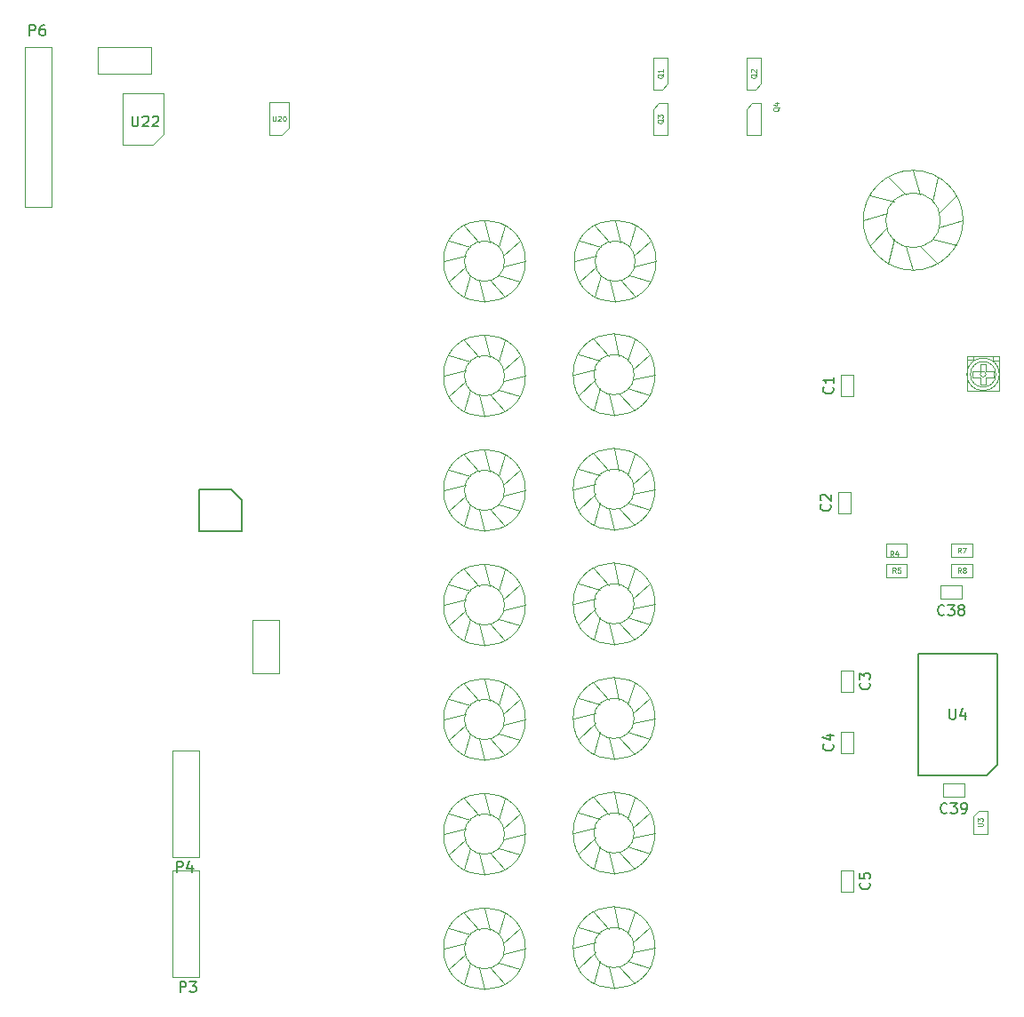
<source format=gbr>
G04 #@! TF.FileFunction,Other,Fab,Top*
%FSLAX46Y46*%
G04 Gerber Fmt 4.6, Leading zero omitted, Abs format (unit mm)*
G04 Created by KiCad (PCBNEW 4.0.7) date 02/05/18 11:03:03*
%MOMM*%
%LPD*%
G01*
G04 APERTURE LIST*
%ADD10C,0.100000*%
%ADD11C,0.150000*%
%ADD12C,0.152400*%
%ADD13C,0.075000*%
G04 APERTURE END LIST*
D10*
X63334900Y-90556000D02*
G75*
G03X63334900Y-90556000I-3898900J0D01*
G01*
X61353700Y-90556000D02*
G75*
G03X61353700Y-90556000I-1917700J0D01*
G01*
X63345122Y-90556000D02*
X61236735Y-91038491D01*
X62821429Y-92510509D02*
X60754257Y-91874196D01*
X61390666Y-93941339D02*
X59918574Y-92356712D01*
X59436181Y-94465122D02*
X58953593Y-92356757D01*
X57481648Y-93941520D02*
X58117865Y-91874318D01*
X56050752Y-92510822D02*
X57635310Y-91038657D01*
X55526878Y-90556362D02*
X57635220Y-90073676D01*
X56050390Y-88601805D02*
X58117621Y-89237926D01*
X57481021Y-87170843D02*
X58953259Y-88755332D01*
X59435457Y-86646878D02*
X59918240Y-88755198D01*
X61390038Y-87170299D02*
X60754013Y-89237560D01*
X62821067Y-88600864D02*
X61236645Y-90073176D01*
X63345122Y-90555276D02*
X61236824Y-91038157D01*
X63334900Y-35946000D02*
G75*
G03X63334900Y-35946000I-3898900J0D01*
G01*
X61353700Y-35946000D02*
G75*
G03X61353700Y-35946000I-1917700J0D01*
G01*
X63345122Y-35946000D02*
X61236735Y-36428491D01*
X62821429Y-37900509D02*
X60754257Y-37264196D01*
X61390666Y-39331339D02*
X59918574Y-37746712D01*
X59436181Y-39855122D02*
X58953593Y-37746757D01*
X57481648Y-39331520D02*
X58117865Y-37264318D01*
X56050752Y-37900822D02*
X57635310Y-36428657D01*
X55526878Y-35946362D02*
X57635220Y-35463676D01*
X56050390Y-33991805D02*
X58117621Y-34627926D01*
X57481021Y-32560843D02*
X58953259Y-34145332D01*
X59435457Y-32036878D02*
X59918240Y-34145198D01*
X61390038Y-32560299D02*
X60754013Y-34627560D01*
X62821067Y-33990864D02*
X61236645Y-35463176D01*
X63345122Y-35945276D02*
X61236824Y-36428157D01*
X63334900Y-46868000D02*
G75*
G03X63334900Y-46868000I-3898900J0D01*
G01*
X61353700Y-46868000D02*
G75*
G03X61353700Y-46868000I-1917700J0D01*
G01*
X63345122Y-46868000D02*
X61236735Y-47350491D01*
X62821429Y-48822509D02*
X60754257Y-48186196D01*
X61390666Y-50253339D02*
X59918574Y-48668712D01*
X59436181Y-50777122D02*
X58953593Y-48668757D01*
X57481648Y-50253520D02*
X58117865Y-48186318D01*
X56050752Y-48822822D02*
X57635310Y-47350657D01*
X55526878Y-46868362D02*
X57635220Y-46385676D01*
X56050390Y-44913805D02*
X58117621Y-45549926D01*
X57481021Y-43482843D02*
X58953259Y-45067332D01*
X59435457Y-42958878D02*
X59918240Y-45067198D01*
X61390038Y-43482299D02*
X60754013Y-45549560D01*
X62821067Y-44912864D02*
X61236645Y-46385176D01*
X63345122Y-46867276D02*
X61236824Y-47350157D01*
X63334900Y-57790000D02*
G75*
G03X63334900Y-57790000I-3898900J0D01*
G01*
X61353700Y-57790000D02*
G75*
G03X61353700Y-57790000I-1917700J0D01*
G01*
X63345122Y-57790000D02*
X61236735Y-58272491D01*
X62821429Y-59744509D02*
X60754257Y-59108196D01*
X61390666Y-61175339D02*
X59918574Y-59590712D01*
X59436181Y-61699122D02*
X58953593Y-59590757D01*
X57481648Y-61175520D02*
X58117865Y-59108318D01*
X56050752Y-59744822D02*
X57635310Y-58272657D01*
X55526878Y-57790362D02*
X57635220Y-57307676D01*
X56050390Y-55835805D02*
X58117621Y-56471926D01*
X57481021Y-54404843D02*
X58953259Y-55989332D01*
X59435457Y-53880878D02*
X59918240Y-55989198D01*
X61390038Y-54404299D02*
X60754013Y-56471560D01*
X62821067Y-55834864D02*
X61236645Y-57307176D01*
X63345122Y-57789276D02*
X61236824Y-58272157D01*
X24996000Y-59314000D02*
X24996000Y-64394000D01*
X24996000Y-64394000D02*
X27536000Y-64394000D01*
X27536000Y-64394000D02*
X27536000Y-59314000D01*
X27536000Y-59314000D02*
X24996000Y-59314000D01*
X17376000Y-83190000D02*
X17376000Y-93350000D01*
X17376000Y-93350000D02*
X19916000Y-93350000D01*
X19916000Y-93350000D02*
X19916000Y-83190000D01*
X19916000Y-83190000D02*
X17376000Y-83190000D01*
X17376000Y-71760000D02*
X17376000Y-81920000D01*
X17376000Y-81920000D02*
X19916000Y-81920000D01*
X19916000Y-81920000D02*
X19916000Y-71760000D01*
X19916000Y-71760000D02*
X17376000Y-71760000D01*
X15344000Y-4704000D02*
X10264000Y-4704000D01*
X10264000Y-4704000D02*
X10264000Y-7244000D01*
X10264000Y-7244000D02*
X15344000Y-7244000D01*
X15344000Y-7244000D02*
X15344000Y-4704000D01*
X5862180Y-19941460D02*
X5862180Y-4701460D01*
X5862180Y-4701460D02*
X3322180Y-4701460D01*
X3322180Y-4701460D02*
X3322180Y-19941460D01*
X3322180Y-19941460D02*
X5862180Y-19941460D01*
D11*
X23948000Y-47900000D02*
X23948000Y-50900000D01*
X23948000Y-50900000D02*
X19948000Y-50900000D01*
X19948000Y-50900000D02*
X19948000Y-46900000D01*
X19948000Y-46900000D02*
X22948000Y-46900000D01*
X22948000Y-46900000D02*
X23948000Y-47900000D01*
D10*
X28436000Y-12462000D02*
X27786000Y-13112000D01*
X26636000Y-13112000D02*
X27786000Y-13112000D01*
X28436000Y-12462000D02*
X28436000Y-10012000D01*
X26636000Y-10012000D02*
X28436000Y-10012000D01*
X26636000Y-13112000D02*
X26636000Y-10012000D01*
X15532000Y-14012000D02*
X12632000Y-14012000D01*
X12632000Y-14012000D02*
X12632000Y-9112000D01*
X12632000Y-9112000D02*
X16532000Y-9112000D01*
X16532000Y-9112000D02*
X16532000Y-13012000D01*
X16532000Y-13012000D02*
X15532000Y-14012000D01*
X64558000Y-8194000D02*
X64558000Y-5744000D01*
X64008000Y-8764000D02*
X63158000Y-8764000D01*
X64558000Y-8194000D02*
X64008000Y-8764000D01*
X63158000Y-8764000D02*
X63158000Y-5724000D01*
X64558000Y-5724000D02*
X63158000Y-5724000D01*
X73448000Y-8194000D02*
X73448000Y-5744000D01*
X72898000Y-8764000D02*
X72048000Y-8764000D01*
X73448000Y-8194000D02*
X72898000Y-8764000D01*
X72048000Y-8764000D02*
X72048000Y-5724000D01*
X73448000Y-5724000D02*
X72048000Y-5724000D01*
X63158000Y-10612000D02*
X63158000Y-13062000D01*
X63708000Y-10042000D02*
X64558000Y-10042000D01*
X63158000Y-10612000D02*
X63708000Y-10042000D01*
X64558000Y-10042000D02*
X64558000Y-13082000D01*
X63158000Y-13082000D02*
X64558000Y-13082000D01*
X72048000Y-10612000D02*
X72048000Y-13062000D01*
X72598000Y-10042000D02*
X73448000Y-10042000D01*
X72048000Y-10612000D02*
X72598000Y-10042000D01*
X73448000Y-10042000D02*
X73448000Y-13082000D01*
X72048000Y-13082000D02*
X73448000Y-13082000D01*
X63438900Y-25128000D02*
G75*
G03X63438900Y-25128000I-3898900J0D01*
G01*
X61457700Y-25128000D02*
G75*
G03X61457700Y-25128000I-1917700J0D01*
G01*
X59540000Y-21218878D02*
X60022491Y-23327265D01*
X61494509Y-21742571D02*
X60858196Y-23809743D01*
X62925339Y-23173334D02*
X61340712Y-24645426D01*
X63449122Y-25127819D02*
X61340757Y-25610407D01*
X62925520Y-27082352D02*
X60858318Y-26446135D01*
X61494822Y-28513248D02*
X60022657Y-26928690D01*
X59540362Y-29037122D02*
X59057676Y-26928780D01*
X57585805Y-28513610D02*
X58221926Y-26446379D01*
X56154843Y-27082979D02*
X57739332Y-25610741D01*
X55630878Y-25128543D02*
X57739198Y-24645760D01*
X56154299Y-23173962D02*
X58221560Y-23809987D01*
X57584864Y-21742933D02*
X59057176Y-23327355D01*
X59539276Y-21218878D02*
X60022157Y-23327176D01*
X63334900Y-68712000D02*
G75*
G03X63334900Y-68712000I-3898900J0D01*
G01*
X61353700Y-68712000D02*
G75*
G03X61353700Y-68712000I-1917700J0D01*
G01*
X63345122Y-68712000D02*
X61236735Y-69194491D01*
X62821429Y-70666509D02*
X60754257Y-70030196D01*
X61390666Y-72097339D02*
X59918574Y-70512712D01*
X59436181Y-72621122D02*
X58953593Y-70512757D01*
X57481648Y-72097520D02*
X58117865Y-70030318D01*
X56050752Y-70666822D02*
X57635310Y-69194657D01*
X55526878Y-68712362D02*
X57635220Y-68229676D01*
X56050390Y-66757805D02*
X58117621Y-67393926D01*
X57481021Y-65326843D02*
X58953259Y-66911332D01*
X59435457Y-64802878D02*
X59918240Y-66911198D01*
X61390038Y-65326299D02*
X60754013Y-67393560D01*
X62821067Y-66756864D02*
X61236645Y-68229176D01*
X63345122Y-68711276D02*
X61236824Y-69194157D01*
X63334900Y-79634000D02*
G75*
G03X63334900Y-79634000I-3898900J0D01*
G01*
X61353700Y-79634000D02*
G75*
G03X61353700Y-79634000I-1917700J0D01*
G01*
X63345122Y-79634000D02*
X61236735Y-80116491D01*
X62821429Y-81588509D02*
X60754257Y-80952196D01*
X61390666Y-83019339D02*
X59918574Y-81434712D01*
X59436181Y-83543122D02*
X58953593Y-81434757D01*
X57481648Y-83019520D02*
X58117865Y-80952318D01*
X56050752Y-81588822D02*
X57635310Y-80116657D01*
X55526878Y-79634362D02*
X57635220Y-79151676D01*
X56050390Y-77679805D02*
X58117621Y-78315926D01*
X57481021Y-76248843D02*
X58953259Y-77833332D01*
X59435457Y-75724878D02*
X59918240Y-77833198D01*
X61390038Y-76248299D02*
X60754013Y-78315560D01*
X62821067Y-77678864D02*
X61236645Y-79151176D01*
X63345122Y-79633276D02*
X61236824Y-80116157D01*
X50992900Y-25128000D02*
G75*
G03X50992900Y-25128000I-3898900J0D01*
G01*
X49011700Y-25128000D02*
G75*
G03X49011700Y-25128000I-1917700J0D01*
G01*
X47094000Y-21218878D02*
X47576491Y-23327265D01*
X49048509Y-21742571D02*
X48412196Y-23809743D01*
X50479339Y-23173334D02*
X48894712Y-24645426D01*
X51003122Y-25127819D02*
X48894757Y-25610407D01*
X50479520Y-27082352D02*
X48412318Y-26446135D01*
X49048822Y-28513248D02*
X47576657Y-26928690D01*
X47094362Y-29037122D02*
X46611676Y-26928780D01*
X45139805Y-28513610D02*
X45775926Y-26446379D01*
X43708843Y-27082979D02*
X45293332Y-25610741D01*
X43184878Y-25128543D02*
X45293198Y-24645760D01*
X43708299Y-23173962D02*
X45775560Y-23809987D01*
X45138864Y-21742933D02*
X46611176Y-23327355D01*
X47093276Y-21218878D02*
X47576157Y-23327176D01*
X50992900Y-36050000D02*
G75*
G03X50992900Y-36050000I-3898900J0D01*
G01*
X49011700Y-36050000D02*
G75*
G03X49011700Y-36050000I-1917700J0D01*
G01*
X47094000Y-32140878D02*
X47576491Y-34249265D01*
X49048509Y-32664571D02*
X48412196Y-34731743D01*
X50479339Y-34095334D02*
X48894712Y-35567426D01*
X51003122Y-36049819D02*
X48894757Y-36532407D01*
X50479520Y-38004352D02*
X48412318Y-37368135D01*
X49048822Y-39435248D02*
X47576657Y-37850690D01*
X47094362Y-39959122D02*
X46611676Y-37850780D01*
X45139805Y-39435610D02*
X45775926Y-37368379D01*
X43708843Y-38004979D02*
X45293332Y-36532741D01*
X43184878Y-36050543D02*
X45293198Y-35567760D01*
X43708299Y-34095962D02*
X45775560Y-34731987D01*
X45138864Y-32664933D02*
X46611176Y-34249355D01*
X47093276Y-32140878D02*
X47576157Y-34249176D01*
X50992900Y-46972000D02*
G75*
G03X50992900Y-46972000I-3898900J0D01*
G01*
X49011700Y-46972000D02*
G75*
G03X49011700Y-46972000I-1917700J0D01*
G01*
X47094000Y-43062878D02*
X47576491Y-45171265D01*
X49048509Y-43586571D02*
X48412196Y-45653743D01*
X50479339Y-45017334D02*
X48894712Y-46489426D01*
X51003122Y-46971819D02*
X48894757Y-47454407D01*
X50479520Y-48926352D02*
X48412318Y-48290135D01*
X49048822Y-50357248D02*
X47576657Y-48772690D01*
X47094362Y-50881122D02*
X46611676Y-48772780D01*
X45139805Y-50357610D02*
X45775926Y-48290379D01*
X43708843Y-48926979D02*
X45293332Y-47454741D01*
X43184878Y-46972543D02*
X45293198Y-46489760D01*
X43708299Y-45017962D02*
X45775560Y-45653987D01*
X45138864Y-43586933D02*
X46611176Y-45171355D01*
X47093276Y-43062878D02*
X47576157Y-45171176D01*
X50992900Y-57894000D02*
G75*
G03X50992900Y-57894000I-3898900J0D01*
G01*
X49011700Y-57894000D02*
G75*
G03X49011700Y-57894000I-1917700J0D01*
G01*
X47094000Y-53984878D02*
X47576491Y-56093265D01*
X49048509Y-54508571D02*
X48412196Y-56575743D01*
X50479339Y-55939334D02*
X48894712Y-57411426D01*
X51003122Y-57893819D02*
X48894757Y-58376407D01*
X50479520Y-59848352D02*
X48412318Y-59212135D01*
X49048822Y-61279248D02*
X47576657Y-59694690D01*
X47094362Y-61803122D02*
X46611676Y-59694780D01*
X45139805Y-61279610D02*
X45775926Y-59212379D01*
X43708843Y-59848979D02*
X45293332Y-58376741D01*
X43184878Y-57894543D02*
X45293198Y-57411760D01*
X43708299Y-55939962D02*
X45775560Y-56575987D01*
X45138864Y-54508933D02*
X46611176Y-56093355D01*
X47093276Y-53984878D02*
X47576157Y-56093176D01*
X50992900Y-68816000D02*
G75*
G03X50992900Y-68816000I-3898900J0D01*
G01*
X49011700Y-68816000D02*
G75*
G03X49011700Y-68816000I-1917700J0D01*
G01*
X47094000Y-64906878D02*
X47576491Y-67015265D01*
X49048509Y-65430571D02*
X48412196Y-67497743D01*
X50479339Y-66861334D02*
X48894712Y-68333426D01*
X51003122Y-68815819D02*
X48894757Y-69298407D01*
X50479520Y-70770352D02*
X48412318Y-70134135D01*
X49048822Y-72201248D02*
X47576657Y-70616690D01*
X47094362Y-72725122D02*
X46611676Y-70616780D01*
X45139805Y-72201610D02*
X45775926Y-70134379D01*
X43708843Y-70770979D02*
X45293332Y-69298741D01*
X43184878Y-68816543D02*
X45293198Y-68333760D01*
X43708299Y-66861962D02*
X45775560Y-67497987D01*
X45138864Y-65430933D02*
X46611176Y-67015355D01*
X47093276Y-64906878D02*
X47576157Y-67015176D01*
X50992900Y-79738000D02*
G75*
G03X50992900Y-79738000I-3898900J0D01*
G01*
X49011700Y-79738000D02*
G75*
G03X49011700Y-79738000I-1917700J0D01*
G01*
X47094000Y-75828878D02*
X47576491Y-77937265D01*
X49048509Y-76352571D02*
X48412196Y-78419743D01*
X50479339Y-77783334D02*
X48894712Y-79255426D01*
X51003122Y-79737819D02*
X48894757Y-80220407D01*
X50479520Y-81692352D02*
X48412318Y-81056135D01*
X49048822Y-83123248D02*
X47576657Y-81538690D01*
X47094362Y-83647122D02*
X46611676Y-81538780D01*
X45139805Y-83123610D02*
X45775926Y-81056379D01*
X43708843Y-81692979D02*
X45293332Y-80220741D01*
X43184878Y-79738543D02*
X45293198Y-79255760D01*
X43708299Y-77783962D02*
X45775560Y-78419987D01*
X45138864Y-76352933D02*
X46611176Y-77937355D01*
X47093276Y-75828878D02*
X47576157Y-77937176D01*
X50992900Y-90660000D02*
G75*
G03X50992900Y-90660000I-3898900J0D01*
G01*
X49011700Y-90660000D02*
G75*
G03X49011700Y-90660000I-1917700J0D01*
G01*
X47094000Y-86750878D02*
X47576491Y-88859265D01*
X49048509Y-87274571D02*
X48412196Y-89341743D01*
X50479339Y-88705334D02*
X48894712Y-90177426D01*
X51003122Y-90659819D02*
X48894757Y-91142407D01*
X50479520Y-92614352D02*
X48412318Y-91978135D01*
X49048822Y-94045248D02*
X47576657Y-92460690D01*
X47094362Y-94569122D02*
X46611676Y-92460780D01*
X45139805Y-94045610D02*
X45775926Y-91978379D01*
X43708843Y-92614979D02*
X45293332Y-91142741D01*
X43184878Y-90660543D02*
X45293198Y-90177760D01*
X43708299Y-88705962D02*
X45775560Y-89341987D01*
X45138864Y-87274933D02*
X46611176Y-88859355D01*
X47093276Y-86750878D02*
X47576157Y-88859176D01*
X95013000Y-77518000D02*
X94163000Y-77518000D01*
X93663000Y-78018000D02*
X93663000Y-79718000D01*
X95013000Y-77518000D02*
X95013000Y-79718000D01*
X95013000Y-79718000D02*
X93663000Y-79718000D01*
X94163000Y-77518000D02*
X93663000Y-78018000D01*
X82258000Y-37962000D02*
X81018000Y-37962000D01*
X82258000Y-35962000D02*
X82258000Y-37962000D01*
X81018000Y-35962000D02*
X82258000Y-35962000D01*
X81018000Y-37962000D02*
X81018000Y-35962000D01*
X82004000Y-49138000D02*
X80764000Y-49138000D01*
X82004000Y-47138000D02*
X82004000Y-49138000D01*
X80764000Y-47138000D02*
X82004000Y-47138000D01*
X80764000Y-49138000D02*
X80764000Y-47138000D01*
X81018000Y-64156000D02*
X82258000Y-64156000D01*
X81018000Y-66156000D02*
X81018000Y-64156000D01*
X82258000Y-66156000D02*
X81018000Y-66156000D01*
X82258000Y-64156000D02*
X82258000Y-66156000D01*
X82258000Y-71998000D02*
X81018000Y-71998000D01*
X82258000Y-69998000D02*
X82258000Y-71998000D01*
X81018000Y-69998000D02*
X82258000Y-69998000D01*
X81018000Y-71998000D02*
X81018000Y-69998000D01*
X81018000Y-83206000D02*
X82258000Y-83206000D01*
X81018000Y-85206000D02*
X81018000Y-83206000D01*
X82258000Y-85206000D02*
X81018000Y-85206000D01*
X82258000Y-83206000D02*
X82258000Y-85206000D01*
X92540000Y-56070000D02*
X92540000Y-57310000D01*
X90540000Y-56070000D02*
X92540000Y-56070000D01*
X90540000Y-57310000D02*
X90540000Y-56070000D01*
X92540000Y-57310000D02*
X90540000Y-57310000D01*
X92798000Y-74950000D02*
X92798000Y-76190000D01*
X90798000Y-74950000D02*
X92798000Y-74950000D01*
X90798000Y-76190000D02*
X90798000Y-74950000D01*
X92798000Y-76190000D02*
X90798000Y-76190000D01*
X85337000Y-53330000D02*
X85337000Y-52090000D01*
X87337000Y-53330000D02*
X85337000Y-53330000D01*
X87337000Y-52090000D02*
X87337000Y-53330000D01*
X85337000Y-52090000D02*
X87337000Y-52090000D01*
X87337000Y-53995000D02*
X87337000Y-55235000D01*
X85337000Y-53995000D02*
X87337000Y-53995000D01*
X85337000Y-55235000D02*
X85337000Y-53995000D01*
X87337000Y-55235000D02*
X85337000Y-55235000D01*
X93560000Y-52090000D02*
X93560000Y-53330000D01*
X91560000Y-52090000D02*
X93560000Y-52090000D01*
X91560000Y-53330000D02*
X91560000Y-52090000D01*
X93560000Y-53330000D02*
X91560000Y-53330000D01*
X91560000Y-55235000D02*
X91560000Y-53995000D01*
X93560000Y-55235000D02*
X91560000Y-55235000D01*
X93560000Y-53995000D02*
X93560000Y-55235000D01*
X91560000Y-53995000D02*
X93560000Y-53995000D01*
X93692000Y-34566000D02*
X93692000Y-34216000D01*
X93042000Y-34566000D02*
X93692000Y-34566000D01*
X95492000Y-34626000D02*
X95492000Y-34216000D01*
X96142000Y-34626000D02*
X95492000Y-34626000D01*
X94842000Y-36176000D02*
X94842000Y-36916000D01*
X95592000Y-36176000D02*
X94842000Y-36176000D01*
X95592000Y-35666000D02*
X95592000Y-36176000D01*
X94842000Y-35666000D02*
X95592000Y-35666000D01*
X94842000Y-34926000D02*
X94842000Y-35666000D01*
X94342000Y-34926000D02*
X94842000Y-34926000D01*
X94342000Y-35666000D02*
X94342000Y-34926000D01*
X93592000Y-35666000D02*
X94342000Y-35666000D01*
X93592000Y-36176000D02*
X93592000Y-35666000D01*
X94342000Y-36176000D02*
X93592000Y-36176000D01*
X94342000Y-36916000D02*
X94342000Y-36176000D01*
X94842000Y-36916000D02*
X94342000Y-36916000D01*
X96142000Y-34216000D02*
X96142000Y-37466000D01*
X93042000Y-34216000D02*
X96142000Y-34216000D01*
X93042000Y-37466000D02*
X93042000Y-34216000D01*
X96142000Y-37466000D02*
X93042000Y-37466000D01*
X94852000Y-35916000D02*
G75*
G03X94852000Y-35916000I-260000J0D01*
G01*
X95802000Y-35916000D02*
G75*
G03X95802000Y-35916000I-1210000J0D01*
G01*
X96142000Y-35916000D02*
G75*
G03X96142000Y-35916000I-1550000J0D01*
G01*
D11*
X94910000Y-74150000D02*
X88410000Y-74150000D01*
X88410000Y-74150000D02*
X88410000Y-62550000D01*
X88410000Y-62550000D02*
X95910000Y-62550000D01*
X95910000Y-62550000D02*
X95910000Y-73150000D01*
X95910000Y-73150000D02*
X94910000Y-74150000D01*
D10*
X92682500Y-21230000D02*
G75*
G03X92682500Y-21230000I-4762500J0D01*
G01*
X90523500Y-21230000D02*
G75*
G03X90523500Y-21230000I-2603500J0D01*
G01*
X92675450Y-21230000D02*
X90396417Y-21893533D01*
X92038377Y-23607661D02*
X89732901Y-23042817D01*
X90297852Y-25348267D02*
X88583648Y-23706386D01*
X87920220Y-25985450D02*
X87256581Y-23706448D01*
X85542529Y-25348487D02*
X86107267Y-23042985D01*
X83801843Y-23608043D02*
X85443645Y-21893763D01*
X83164550Y-21230441D02*
X85443522Y-20566696D01*
X83801402Y-18852720D02*
X86106931Y-19417351D01*
X85541766Y-17111953D02*
X87256122Y-18753675D01*
X87919339Y-16474550D02*
X88583189Y-18753491D01*
X90297089Y-17111292D02*
X89732565Y-19416847D01*
X92037937Y-18851575D02*
X90396294Y-20566008D01*
X92675450Y-21229119D02*
X90396540Y-21893074D01*
D12*
X18107905Y-94792381D02*
X18107905Y-93792381D01*
X18488858Y-93792381D01*
X18584096Y-93840000D01*
X18631715Y-93887619D01*
X18679334Y-93982857D01*
X18679334Y-94125714D01*
X18631715Y-94220952D01*
X18584096Y-94268571D01*
X18488858Y-94316190D01*
X18107905Y-94316190D01*
X19012667Y-93792381D02*
X19631715Y-93792381D01*
X19298381Y-94173333D01*
X19441239Y-94173333D01*
X19536477Y-94220952D01*
X19584096Y-94268571D01*
X19631715Y-94363810D01*
X19631715Y-94601905D01*
X19584096Y-94697143D01*
X19536477Y-94744762D01*
X19441239Y-94792381D01*
X19155524Y-94792381D01*
X19060286Y-94744762D01*
X19012667Y-94697143D01*
X17817905Y-83342381D02*
X17817905Y-82342381D01*
X18198858Y-82342381D01*
X18294096Y-82390000D01*
X18341715Y-82437619D01*
X18389334Y-82532857D01*
X18389334Y-82675714D01*
X18341715Y-82770952D01*
X18294096Y-82818571D01*
X18198858Y-82866190D01*
X17817905Y-82866190D01*
X19246477Y-82675714D02*
X19246477Y-83342381D01*
X19008381Y-82294762D02*
X18770286Y-83009048D01*
X19389334Y-83009048D01*
X3750205Y-3611881D02*
X3750205Y-2611881D01*
X4131158Y-2611881D01*
X4226396Y-2659500D01*
X4274015Y-2707119D01*
X4321634Y-2802357D01*
X4321634Y-2945214D01*
X4274015Y-3040452D01*
X4226396Y-3088071D01*
X4131158Y-3135690D01*
X3750205Y-3135690D01*
X5178777Y-2611881D02*
X4988300Y-2611881D01*
X4893062Y-2659500D01*
X4845443Y-2707119D01*
X4750205Y-2849976D01*
X4702586Y-3040452D01*
X4702586Y-3421405D01*
X4750205Y-3516643D01*
X4797824Y-3564262D01*
X4893062Y-3611881D01*
X5083539Y-3611881D01*
X5178777Y-3564262D01*
X5226396Y-3516643D01*
X5274015Y-3421405D01*
X5274015Y-3183310D01*
X5226396Y-3088071D01*
X5178777Y-3040452D01*
X5083539Y-2992833D01*
X4893062Y-2992833D01*
X4797824Y-3040452D01*
X4750205Y-3088071D01*
X4702586Y-3183310D01*
D13*
X26916953Y-11288190D02*
X26916953Y-11692952D01*
X26940762Y-11740571D01*
X26964572Y-11764381D01*
X27012191Y-11788190D01*
X27107429Y-11788190D01*
X27155048Y-11764381D01*
X27178857Y-11740571D01*
X27202667Y-11692952D01*
X27202667Y-11288190D01*
X27416953Y-11335810D02*
X27440763Y-11312000D01*
X27488382Y-11288190D01*
X27607429Y-11288190D01*
X27655048Y-11312000D01*
X27678858Y-11335810D01*
X27702667Y-11383429D01*
X27702667Y-11431048D01*
X27678858Y-11502476D01*
X27393144Y-11788190D01*
X27702667Y-11788190D01*
X28012191Y-11288190D02*
X28059810Y-11288190D01*
X28107429Y-11312000D01*
X28131238Y-11335810D01*
X28155048Y-11383429D01*
X28178857Y-11478667D01*
X28178857Y-11597714D01*
X28155048Y-11692952D01*
X28131238Y-11740571D01*
X28107429Y-11764381D01*
X28059810Y-11788190D01*
X28012191Y-11788190D01*
X27964572Y-11764381D01*
X27940762Y-11740571D01*
X27916953Y-11692952D01*
X27893143Y-11597714D01*
X27893143Y-11478667D01*
X27916953Y-11383429D01*
X27940762Y-11335810D01*
X27964572Y-11312000D01*
X28012191Y-11288190D01*
D11*
X13534405Y-11293781D02*
X13534405Y-12103305D01*
X13582024Y-12198543D01*
X13629643Y-12246162D01*
X13724881Y-12293781D01*
X13915358Y-12293781D01*
X14010596Y-12246162D01*
X14058215Y-12198543D01*
X14105834Y-12103305D01*
X14105834Y-11293781D01*
X14534405Y-11389019D02*
X14582024Y-11341400D01*
X14677262Y-11293781D01*
X14915358Y-11293781D01*
X15010596Y-11341400D01*
X15058215Y-11389019D01*
X15105834Y-11484257D01*
X15105834Y-11579495D01*
X15058215Y-11722352D01*
X14486786Y-12293781D01*
X15105834Y-12293781D01*
X15486786Y-11389019D02*
X15534405Y-11341400D01*
X15629643Y-11293781D01*
X15867739Y-11293781D01*
X15962977Y-11341400D01*
X16010596Y-11389019D01*
X16058215Y-11484257D01*
X16058215Y-11579495D01*
X16010596Y-11722352D01*
X15439167Y-12293781D01*
X16058215Y-12293781D01*
D13*
X64131810Y-7291619D02*
X64108000Y-7339238D01*
X64060381Y-7386857D01*
X63988952Y-7458286D01*
X63965143Y-7505905D01*
X63965143Y-7553524D01*
X64084190Y-7529714D02*
X64060381Y-7577333D01*
X64012762Y-7624952D01*
X63917524Y-7648762D01*
X63750857Y-7648762D01*
X63655619Y-7624952D01*
X63608000Y-7577333D01*
X63584190Y-7529714D01*
X63584190Y-7434476D01*
X63608000Y-7386857D01*
X63655619Y-7339238D01*
X63750857Y-7315429D01*
X63917524Y-7315429D01*
X64012762Y-7339238D01*
X64060381Y-7386857D01*
X64084190Y-7434476D01*
X64084190Y-7529714D01*
X64084190Y-6839238D02*
X64084190Y-7124952D01*
X64084190Y-6982095D02*
X63584190Y-6982095D01*
X63655619Y-7029714D01*
X63703238Y-7077333D01*
X63727048Y-7124952D01*
X73021810Y-7291619D02*
X72998000Y-7339238D01*
X72950381Y-7386857D01*
X72878952Y-7458286D01*
X72855143Y-7505905D01*
X72855143Y-7553524D01*
X72974190Y-7529714D02*
X72950381Y-7577333D01*
X72902762Y-7624952D01*
X72807524Y-7648762D01*
X72640857Y-7648762D01*
X72545619Y-7624952D01*
X72498000Y-7577333D01*
X72474190Y-7529714D01*
X72474190Y-7434476D01*
X72498000Y-7386857D01*
X72545619Y-7339238D01*
X72640857Y-7315429D01*
X72807524Y-7315429D01*
X72902762Y-7339238D01*
X72950381Y-7386857D01*
X72974190Y-7434476D01*
X72974190Y-7529714D01*
X72521810Y-7124952D02*
X72498000Y-7101142D01*
X72474190Y-7053523D01*
X72474190Y-6934476D01*
X72498000Y-6886857D01*
X72521810Y-6863047D01*
X72569429Y-6839238D01*
X72617048Y-6839238D01*
X72688476Y-6863047D01*
X72974190Y-7148761D01*
X72974190Y-6839238D01*
X64131810Y-11609619D02*
X64108000Y-11657238D01*
X64060381Y-11704857D01*
X63988952Y-11776286D01*
X63965143Y-11823905D01*
X63965143Y-11871524D01*
X64084190Y-11847714D02*
X64060381Y-11895333D01*
X64012762Y-11942952D01*
X63917524Y-11966762D01*
X63750857Y-11966762D01*
X63655619Y-11942952D01*
X63608000Y-11895333D01*
X63584190Y-11847714D01*
X63584190Y-11752476D01*
X63608000Y-11704857D01*
X63655619Y-11657238D01*
X63750857Y-11633429D01*
X63917524Y-11633429D01*
X64012762Y-11657238D01*
X64060381Y-11704857D01*
X64084190Y-11752476D01*
X64084190Y-11847714D01*
X63584190Y-11466761D02*
X63584190Y-11157238D01*
X63774667Y-11323904D01*
X63774667Y-11252476D01*
X63798476Y-11204857D01*
X63822286Y-11181047D01*
X63869905Y-11157238D01*
X63988952Y-11157238D01*
X64036571Y-11181047D01*
X64060381Y-11204857D01*
X64084190Y-11252476D01*
X64084190Y-11395333D01*
X64060381Y-11442952D01*
X64036571Y-11466761D01*
X75171810Y-10469619D02*
X75148000Y-10517238D01*
X75100381Y-10564857D01*
X75028952Y-10636286D01*
X75005143Y-10683905D01*
X75005143Y-10731524D01*
X75124190Y-10707714D02*
X75100381Y-10755333D01*
X75052762Y-10802952D01*
X74957524Y-10826762D01*
X74790857Y-10826762D01*
X74695619Y-10802952D01*
X74648000Y-10755333D01*
X74624190Y-10707714D01*
X74624190Y-10612476D01*
X74648000Y-10564857D01*
X74695619Y-10517238D01*
X74790857Y-10493429D01*
X74957524Y-10493429D01*
X75052762Y-10517238D01*
X75100381Y-10564857D01*
X75124190Y-10612476D01*
X75124190Y-10707714D01*
X74790857Y-10064857D02*
X75124190Y-10064857D01*
X74600381Y-10183904D02*
X74957524Y-10302952D01*
X74957524Y-9993428D01*
X94064190Y-78998952D02*
X94468952Y-78998952D01*
X94516571Y-78975143D01*
X94540381Y-78951333D01*
X94564190Y-78903714D01*
X94564190Y-78808476D01*
X94540381Y-78760857D01*
X94516571Y-78737048D01*
X94468952Y-78713238D01*
X94064190Y-78713238D01*
X94064190Y-78522761D02*
X94064190Y-78213238D01*
X94254667Y-78379904D01*
X94254667Y-78308476D01*
X94278476Y-78260857D01*
X94302286Y-78237047D01*
X94349905Y-78213238D01*
X94468952Y-78213238D01*
X94516571Y-78237047D01*
X94540381Y-78260857D01*
X94564190Y-78308476D01*
X94564190Y-78451333D01*
X94540381Y-78498952D01*
X94516571Y-78522761D01*
D11*
X80245143Y-37128666D02*
X80292762Y-37176285D01*
X80340381Y-37319142D01*
X80340381Y-37414380D01*
X80292762Y-37557238D01*
X80197524Y-37652476D01*
X80102286Y-37700095D01*
X79911810Y-37747714D01*
X79768952Y-37747714D01*
X79578476Y-37700095D01*
X79483238Y-37652476D01*
X79388000Y-37557238D01*
X79340381Y-37414380D01*
X79340381Y-37319142D01*
X79388000Y-37176285D01*
X79435619Y-37128666D01*
X80340381Y-36176285D02*
X80340381Y-36747714D01*
X80340381Y-36462000D02*
X79340381Y-36462000D01*
X79483238Y-36557238D01*
X79578476Y-36652476D01*
X79626095Y-36747714D01*
X79991143Y-48304666D02*
X80038762Y-48352285D01*
X80086381Y-48495142D01*
X80086381Y-48590380D01*
X80038762Y-48733238D01*
X79943524Y-48828476D01*
X79848286Y-48876095D01*
X79657810Y-48923714D01*
X79514952Y-48923714D01*
X79324476Y-48876095D01*
X79229238Y-48828476D01*
X79134000Y-48733238D01*
X79086381Y-48590380D01*
X79086381Y-48495142D01*
X79134000Y-48352285D01*
X79181619Y-48304666D01*
X79181619Y-47923714D02*
X79134000Y-47876095D01*
X79086381Y-47780857D01*
X79086381Y-47542761D01*
X79134000Y-47447523D01*
X79181619Y-47399904D01*
X79276857Y-47352285D01*
X79372095Y-47352285D01*
X79514952Y-47399904D01*
X80086381Y-47971333D01*
X80086381Y-47352285D01*
X83745143Y-65322666D02*
X83792762Y-65370285D01*
X83840381Y-65513142D01*
X83840381Y-65608380D01*
X83792762Y-65751238D01*
X83697524Y-65846476D01*
X83602286Y-65894095D01*
X83411810Y-65941714D01*
X83268952Y-65941714D01*
X83078476Y-65894095D01*
X82983238Y-65846476D01*
X82888000Y-65751238D01*
X82840381Y-65608380D01*
X82840381Y-65513142D01*
X82888000Y-65370285D01*
X82935619Y-65322666D01*
X82840381Y-64989333D02*
X82840381Y-64370285D01*
X83221333Y-64703619D01*
X83221333Y-64560761D01*
X83268952Y-64465523D01*
X83316571Y-64417904D01*
X83411810Y-64370285D01*
X83649905Y-64370285D01*
X83745143Y-64417904D01*
X83792762Y-64465523D01*
X83840381Y-64560761D01*
X83840381Y-64846476D01*
X83792762Y-64941714D01*
X83745143Y-64989333D01*
X80245143Y-71164666D02*
X80292762Y-71212285D01*
X80340381Y-71355142D01*
X80340381Y-71450380D01*
X80292762Y-71593238D01*
X80197524Y-71688476D01*
X80102286Y-71736095D01*
X79911810Y-71783714D01*
X79768952Y-71783714D01*
X79578476Y-71736095D01*
X79483238Y-71688476D01*
X79388000Y-71593238D01*
X79340381Y-71450380D01*
X79340381Y-71355142D01*
X79388000Y-71212285D01*
X79435619Y-71164666D01*
X79673714Y-70307523D02*
X80340381Y-70307523D01*
X79292762Y-70545619D02*
X80007048Y-70783714D01*
X80007048Y-70164666D01*
X83745143Y-84372666D02*
X83792762Y-84420285D01*
X83840381Y-84563142D01*
X83840381Y-84658380D01*
X83792762Y-84801238D01*
X83697524Y-84896476D01*
X83602286Y-84944095D01*
X83411810Y-84991714D01*
X83268952Y-84991714D01*
X83078476Y-84944095D01*
X82983238Y-84896476D01*
X82888000Y-84801238D01*
X82840381Y-84658380D01*
X82840381Y-84563142D01*
X82888000Y-84420285D01*
X82935619Y-84372666D01*
X82840381Y-83467904D02*
X82840381Y-83944095D01*
X83316571Y-83991714D01*
X83268952Y-83944095D01*
X83221333Y-83848857D01*
X83221333Y-83610761D01*
X83268952Y-83515523D01*
X83316571Y-83467904D01*
X83411810Y-83420285D01*
X83649905Y-83420285D01*
X83745143Y-83467904D01*
X83792762Y-83515523D01*
X83840381Y-83610761D01*
X83840381Y-83848857D01*
X83792762Y-83944095D01*
X83745143Y-83991714D01*
X90897143Y-58797143D02*
X90849524Y-58844762D01*
X90706667Y-58892381D01*
X90611429Y-58892381D01*
X90468571Y-58844762D01*
X90373333Y-58749524D01*
X90325714Y-58654286D01*
X90278095Y-58463810D01*
X90278095Y-58320952D01*
X90325714Y-58130476D01*
X90373333Y-58035238D01*
X90468571Y-57940000D01*
X90611429Y-57892381D01*
X90706667Y-57892381D01*
X90849524Y-57940000D01*
X90897143Y-57987619D01*
X91230476Y-57892381D02*
X91849524Y-57892381D01*
X91516190Y-58273333D01*
X91659048Y-58273333D01*
X91754286Y-58320952D01*
X91801905Y-58368571D01*
X91849524Y-58463810D01*
X91849524Y-58701905D01*
X91801905Y-58797143D01*
X91754286Y-58844762D01*
X91659048Y-58892381D01*
X91373333Y-58892381D01*
X91278095Y-58844762D01*
X91230476Y-58797143D01*
X92420952Y-58320952D02*
X92325714Y-58273333D01*
X92278095Y-58225714D01*
X92230476Y-58130476D01*
X92230476Y-58082857D01*
X92278095Y-57987619D01*
X92325714Y-57940000D01*
X92420952Y-57892381D01*
X92611429Y-57892381D01*
X92706667Y-57940000D01*
X92754286Y-57987619D01*
X92801905Y-58082857D01*
X92801905Y-58130476D01*
X92754286Y-58225714D01*
X92706667Y-58273333D01*
X92611429Y-58320952D01*
X92420952Y-58320952D01*
X92325714Y-58368571D01*
X92278095Y-58416190D01*
X92230476Y-58511429D01*
X92230476Y-58701905D01*
X92278095Y-58797143D01*
X92325714Y-58844762D01*
X92420952Y-58892381D01*
X92611429Y-58892381D01*
X92706667Y-58844762D01*
X92754286Y-58797143D01*
X92801905Y-58701905D01*
X92801905Y-58511429D01*
X92754286Y-58416190D01*
X92706667Y-58368571D01*
X92611429Y-58320952D01*
X91155143Y-77677143D02*
X91107524Y-77724762D01*
X90964667Y-77772381D01*
X90869429Y-77772381D01*
X90726571Y-77724762D01*
X90631333Y-77629524D01*
X90583714Y-77534286D01*
X90536095Y-77343810D01*
X90536095Y-77200952D01*
X90583714Y-77010476D01*
X90631333Y-76915238D01*
X90726571Y-76820000D01*
X90869429Y-76772381D01*
X90964667Y-76772381D01*
X91107524Y-76820000D01*
X91155143Y-76867619D01*
X91488476Y-76772381D02*
X92107524Y-76772381D01*
X91774190Y-77153333D01*
X91917048Y-77153333D01*
X92012286Y-77200952D01*
X92059905Y-77248571D01*
X92107524Y-77343810D01*
X92107524Y-77581905D01*
X92059905Y-77677143D01*
X92012286Y-77724762D01*
X91917048Y-77772381D01*
X91631333Y-77772381D01*
X91536095Y-77724762D01*
X91488476Y-77677143D01*
X92583714Y-77772381D02*
X92774190Y-77772381D01*
X92869429Y-77724762D01*
X92917048Y-77677143D01*
X93012286Y-77534286D01*
X93059905Y-77343810D01*
X93059905Y-76962857D01*
X93012286Y-76867619D01*
X92964667Y-76820000D01*
X92869429Y-76772381D01*
X92678952Y-76772381D01*
X92583714Y-76820000D01*
X92536095Y-76867619D01*
X92488476Y-76962857D01*
X92488476Y-77200952D01*
X92536095Y-77296190D01*
X92583714Y-77343810D01*
X92678952Y-77391429D01*
X92869429Y-77391429D01*
X92964667Y-77343810D01*
X93012286Y-77296190D01*
X93059905Y-77200952D01*
D13*
X86033667Y-53266190D02*
X85867000Y-53028095D01*
X85747953Y-53266190D02*
X85747953Y-52766190D01*
X85938429Y-52766190D01*
X85986048Y-52790000D01*
X86009857Y-52813810D01*
X86033667Y-52861429D01*
X86033667Y-52932857D01*
X86009857Y-52980476D01*
X85986048Y-53004286D01*
X85938429Y-53028095D01*
X85747953Y-53028095D01*
X86462238Y-52932857D02*
X86462238Y-53266190D01*
X86343191Y-52742381D02*
X86224143Y-53099524D01*
X86533667Y-53099524D01*
X86253667Y-54841190D02*
X86087000Y-54603095D01*
X85967953Y-54841190D02*
X85967953Y-54341190D01*
X86158429Y-54341190D01*
X86206048Y-54365000D01*
X86229857Y-54388810D01*
X86253667Y-54436429D01*
X86253667Y-54507857D01*
X86229857Y-54555476D01*
X86206048Y-54579286D01*
X86158429Y-54603095D01*
X85967953Y-54603095D01*
X86706048Y-54341190D02*
X86467953Y-54341190D01*
X86444143Y-54579286D01*
X86467953Y-54555476D01*
X86515572Y-54531667D01*
X86634619Y-54531667D01*
X86682238Y-54555476D01*
X86706048Y-54579286D01*
X86729857Y-54626905D01*
X86729857Y-54745952D01*
X86706048Y-54793571D01*
X86682238Y-54817381D01*
X86634619Y-54841190D01*
X86515572Y-54841190D01*
X86467953Y-54817381D01*
X86444143Y-54793571D01*
X92476667Y-52936190D02*
X92310000Y-52698095D01*
X92190953Y-52936190D02*
X92190953Y-52436190D01*
X92381429Y-52436190D01*
X92429048Y-52460000D01*
X92452857Y-52483810D01*
X92476667Y-52531429D01*
X92476667Y-52602857D01*
X92452857Y-52650476D01*
X92429048Y-52674286D01*
X92381429Y-52698095D01*
X92190953Y-52698095D01*
X92643334Y-52436190D02*
X92976667Y-52436190D01*
X92762381Y-52936190D01*
X92476667Y-54841190D02*
X92310000Y-54603095D01*
X92190953Y-54841190D02*
X92190953Y-54341190D01*
X92381429Y-54341190D01*
X92429048Y-54365000D01*
X92452857Y-54388810D01*
X92476667Y-54436429D01*
X92476667Y-54507857D01*
X92452857Y-54555476D01*
X92429048Y-54579286D01*
X92381429Y-54603095D01*
X92190953Y-54603095D01*
X92762381Y-54555476D02*
X92714762Y-54531667D01*
X92690953Y-54507857D01*
X92667143Y-54460238D01*
X92667143Y-54436429D01*
X92690953Y-54388810D01*
X92714762Y-54365000D01*
X92762381Y-54341190D01*
X92857619Y-54341190D01*
X92905238Y-54365000D01*
X92929048Y-54388810D01*
X92952857Y-54436429D01*
X92952857Y-54460238D01*
X92929048Y-54507857D01*
X92905238Y-54531667D01*
X92857619Y-54555476D01*
X92762381Y-54555476D01*
X92714762Y-54579286D01*
X92690953Y-54603095D01*
X92667143Y-54650714D01*
X92667143Y-54745952D01*
X92690953Y-54793571D01*
X92714762Y-54817381D01*
X92762381Y-54841190D01*
X92857619Y-54841190D01*
X92905238Y-54817381D01*
X92929048Y-54793571D01*
X92952857Y-54745952D01*
X92952857Y-54650714D01*
X92929048Y-54603095D01*
X92905238Y-54579286D01*
X92857619Y-54555476D01*
D11*
X91398095Y-67802381D02*
X91398095Y-68611905D01*
X91445714Y-68707143D01*
X91493333Y-68754762D01*
X91588571Y-68802381D01*
X91779048Y-68802381D01*
X91874286Y-68754762D01*
X91921905Y-68707143D01*
X91969524Y-68611905D01*
X91969524Y-67802381D01*
X92874286Y-68135714D02*
X92874286Y-68802381D01*
X92636190Y-67754762D02*
X92398095Y-68469048D01*
X93017143Y-68469048D01*
M02*

</source>
